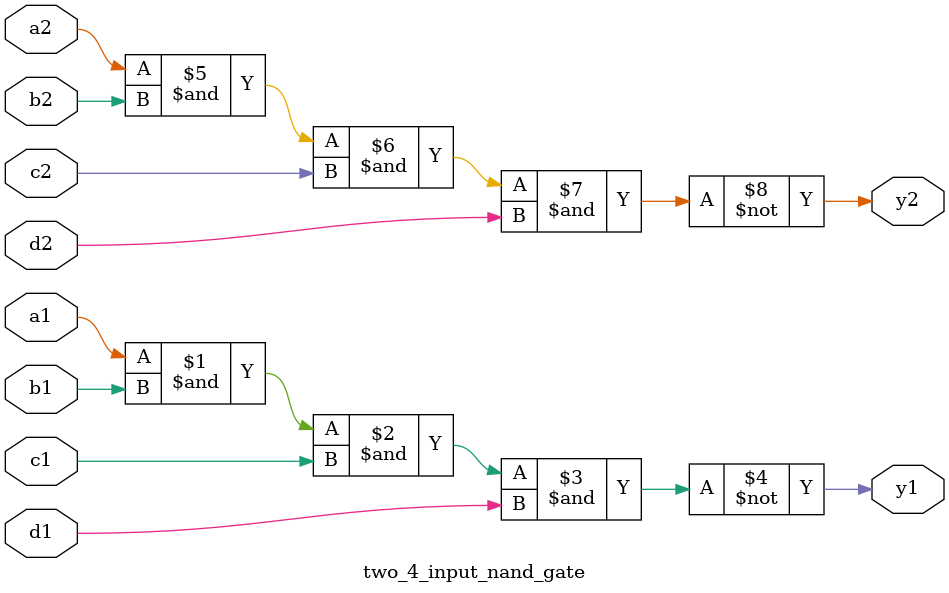
<source format=v>
`timescale 1ns / 1ps

module two_4_input_nand_gate#(parameter DELAY = 10)(
    input wire a1,b1,c1,d1,a2,b2,c2,d2,
    output wire y1,y2
    );
    
    nand #DELAY (y1,a1,b1,c1,d1);
    nand #DELAY (y2,a2,b2,c2,d2);
    
endmodule

</source>
